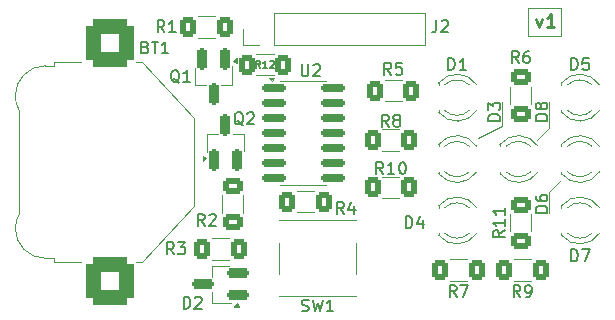
<source format=gto>
G04 #@! TF.GenerationSoftware,KiCad,Pcbnew,9.0.1*
G04 #@! TF.CreationDate,2025-09-23T20:38:02+02:00*
G04 #@! TF.ProjectId,kostka-smd,6b6f7374-6b61-42d7-936d-642e6b696361,1*
G04 #@! TF.SameCoordinates,Original*
G04 #@! TF.FileFunction,Legend,Top*
G04 #@! TF.FilePolarity,Positive*
%FSLAX46Y46*%
G04 Gerber Fmt 4.6, Leading zero omitted, Abs format (unit mm)*
G04 Created by KiCad (PCBNEW 9.0.1) date 2025-09-23 20:38:02*
%MOMM*%
%LPD*%
G01*
G04 APERTURE LIST*
G04 Aperture macros list*
%AMRoundRect*
0 Rectangle with rounded corners*
0 $1 Rounding radius*
0 $2 $3 $4 $5 $6 $7 $8 $9 X,Y pos of 4 corners*
0 Add a 4 corners polygon primitive as box body*
4,1,4,$2,$3,$4,$5,$6,$7,$8,$9,$2,$3,0*
0 Add four circle primitives for the rounded corners*
1,1,$1+$1,$2,$3*
1,1,$1+$1,$4,$5*
1,1,$1+$1,$6,$7*
1,1,$1+$1,$8,$9*
0 Add four rect primitives between the rounded corners*
20,1,$1+$1,$2,$3,$4,$5,0*
20,1,$1+$1,$4,$5,$6,$7,0*
20,1,$1+$1,$6,$7,$8,$9,0*
20,1,$1+$1,$8,$9,$2,$3,0*%
G04 Aperture macros list end*
%ADD10C,0.100000*%
%ADD11C,0.240000*%
%ADD12C,0.150000*%
%ADD13C,0.120000*%
%ADD14RoundRect,0.250000X0.625000X-0.400000X0.625000X0.400000X-0.625000X0.400000X-0.625000X-0.400000X0*%
%ADD15RoundRect,0.150000X-0.825000X-0.150000X0.825000X-0.150000X0.825000X0.150000X-0.825000X0.150000X0*%
%ADD16RoundRect,0.250000X0.400000X0.625000X-0.400000X0.625000X-0.400000X-0.625000X0.400000X-0.625000X0*%
%ADD17RoundRect,0.200000X0.200000X-0.750000X0.200000X0.750000X-0.200000X0.750000X-0.200000X-0.750000X0*%
%ADD18RoundRect,0.250000X-0.400000X-0.625000X0.400000X-0.625000X0.400000X0.625000X-0.400000X0.625000X0*%
%ADD19R,1.800000X1.800000*%
%ADD20C,1.800000*%
%ADD21R,1.550000X1.300000*%
%ADD22RoundRect,0.200000X-0.200000X0.750000X-0.200000X-0.750000X0.200000X-0.750000X0.200000X0.750000X0*%
%ADD23R,1.700000X1.700000*%
%ADD24C,1.700000*%
%ADD25RoundRect,0.600000X1.400000X-1.400000X1.400000X1.400000X-1.400000X1.400000X-1.400000X-1.400000X0*%
%ADD26C,13.000000*%
%ADD27RoundRect,0.200000X0.750000X0.200000X-0.750000X0.200000X-0.750000X-0.200000X0.750000X-0.200000X0*%
G04 APERTURE END LIST*
D10*
X182000000Y-87600000D02*
X182000000Y-89800000D01*
X182000000Y-95200000D02*
X183000000Y-94200000D01*
X182000000Y-89800000D02*
X181000000Y-90800000D01*
X182000000Y-97000000D02*
X182000000Y-95200000D01*
X178000000Y-87600000D02*
X178000000Y-89600000D01*
X178000000Y-89600000D02*
X175995006Y-90605961D01*
X180200000Y-79600000D02*
X183000000Y-79600000D01*
X183000000Y-82000000D01*
X180200000Y-82000000D01*
X180200000Y-79600000D01*
D11*
X180915036Y-80519567D02*
X181176941Y-81252900D01*
X181176941Y-81252900D02*
X181438846Y-80519567D01*
X182434084Y-81252900D02*
X181805512Y-81252900D01*
X182119798Y-81252900D02*
X182119798Y-80152900D01*
X182119798Y-80152900D02*
X182015036Y-80310043D01*
X182015036Y-80310043D02*
X181910274Y-80414805D01*
X181910274Y-80414805D02*
X181805512Y-80467186D01*
D12*
X179433333Y-84254819D02*
X179100000Y-83778628D01*
X178861905Y-84254819D02*
X178861905Y-83254819D01*
X178861905Y-83254819D02*
X179242857Y-83254819D01*
X179242857Y-83254819D02*
X179338095Y-83302438D01*
X179338095Y-83302438D02*
X179385714Y-83350057D01*
X179385714Y-83350057D02*
X179433333Y-83445295D01*
X179433333Y-83445295D02*
X179433333Y-83588152D01*
X179433333Y-83588152D02*
X179385714Y-83683390D01*
X179385714Y-83683390D02*
X179338095Y-83731009D01*
X179338095Y-83731009D02*
X179242857Y-83778628D01*
X179242857Y-83778628D02*
X178861905Y-83778628D01*
X180290476Y-83254819D02*
X180100000Y-83254819D01*
X180100000Y-83254819D02*
X180004762Y-83302438D01*
X180004762Y-83302438D02*
X179957143Y-83350057D01*
X179957143Y-83350057D02*
X179861905Y-83492914D01*
X179861905Y-83492914D02*
X179814286Y-83683390D01*
X179814286Y-83683390D02*
X179814286Y-84064342D01*
X179814286Y-84064342D02*
X179861905Y-84159580D01*
X179861905Y-84159580D02*
X179909524Y-84207200D01*
X179909524Y-84207200D02*
X180004762Y-84254819D01*
X180004762Y-84254819D02*
X180195238Y-84254819D01*
X180195238Y-84254819D02*
X180290476Y-84207200D01*
X180290476Y-84207200D02*
X180338095Y-84159580D01*
X180338095Y-84159580D02*
X180385714Y-84064342D01*
X180385714Y-84064342D02*
X180385714Y-83826247D01*
X180385714Y-83826247D02*
X180338095Y-83731009D01*
X180338095Y-83731009D02*
X180290476Y-83683390D01*
X180290476Y-83683390D02*
X180195238Y-83635771D01*
X180195238Y-83635771D02*
X180004762Y-83635771D01*
X180004762Y-83635771D02*
X179909524Y-83683390D01*
X179909524Y-83683390D02*
X179861905Y-83731009D01*
X179861905Y-83731009D02*
X179814286Y-83826247D01*
X161038095Y-84374819D02*
X161038095Y-85184342D01*
X161038095Y-85184342D02*
X161085714Y-85279580D01*
X161085714Y-85279580D02*
X161133333Y-85327200D01*
X161133333Y-85327200D02*
X161228571Y-85374819D01*
X161228571Y-85374819D02*
X161419047Y-85374819D01*
X161419047Y-85374819D02*
X161514285Y-85327200D01*
X161514285Y-85327200D02*
X161561904Y-85279580D01*
X161561904Y-85279580D02*
X161609523Y-85184342D01*
X161609523Y-85184342D02*
X161609523Y-84374819D01*
X162038095Y-84470057D02*
X162085714Y-84422438D01*
X162085714Y-84422438D02*
X162180952Y-84374819D01*
X162180952Y-84374819D02*
X162419047Y-84374819D01*
X162419047Y-84374819D02*
X162514285Y-84422438D01*
X162514285Y-84422438D02*
X162561904Y-84470057D01*
X162561904Y-84470057D02*
X162609523Y-84565295D01*
X162609523Y-84565295D02*
X162609523Y-84660533D01*
X162609523Y-84660533D02*
X162561904Y-84803390D01*
X162561904Y-84803390D02*
X161990476Y-85374819D01*
X161990476Y-85374819D02*
X162609523Y-85374819D01*
X178224819Y-98442857D02*
X177748628Y-98776190D01*
X178224819Y-99014285D02*
X177224819Y-99014285D01*
X177224819Y-99014285D02*
X177224819Y-98633333D01*
X177224819Y-98633333D02*
X177272438Y-98538095D01*
X177272438Y-98538095D02*
X177320057Y-98490476D01*
X177320057Y-98490476D02*
X177415295Y-98442857D01*
X177415295Y-98442857D02*
X177558152Y-98442857D01*
X177558152Y-98442857D02*
X177653390Y-98490476D01*
X177653390Y-98490476D02*
X177701009Y-98538095D01*
X177701009Y-98538095D02*
X177748628Y-98633333D01*
X177748628Y-98633333D02*
X177748628Y-99014285D01*
X178224819Y-97490476D02*
X178224819Y-98061904D01*
X178224819Y-97776190D02*
X177224819Y-97776190D01*
X177224819Y-97776190D02*
X177367676Y-97871428D01*
X177367676Y-97871428D02*
X177462914Y-97966666D01*
X177462914Y-97966666D02*
X177510533Y-98061904D01*
X178224819Y-96538095D02*
X178224819Y-97109523D01*
X178224819Y-96823809D02*
X177224819Y-96823809D01*
X177224819Y-96823809D02*
X177367676Y-96919047D01*
X177367676Y-96919047D02*
X177462914Y-97014285D01*
X177462914Y-97014285D02*
X177510533Y-97109523D01*
X168433333Y-89654819D02*
X168100000Y-89178628D01*
X167861905Y-89654819D02*
X167861905Y-88654819D01*
X167861905Y-88654819D02*
X168242857Y-88654819D01*
X168242857Y-88654819D02*
X168338095Y-88702438D01*
X168338095Y-88702438D02*
X168385714Y-88750057D01*
X168385714Y-88750057D02*
X168433333Y-88845295D01*
X168433333Y-88845295D02*
X168433333Y-88988152D01*
X168433333Y-88988152D02*
X168385714Y-89083390D01*
X168385714Y-89083390D02*
X168338095Y-89131009D01*
X168338095Y-89131009D02*
X168242857Y-89178628D01*
X168242857Y-89178628D02*
X167861905Y-89178628D01*
X169004762Y-89083390D02*
X168909524Y-89035771D01*
X168909524Y-89035771D02*
X168861905Y-88988152D01*
X168861905Y-88988152D02*
X168814286Y-88892914D01*
X168814286Y-88892914D02*
X168814286Y-88845295D01*
X168814286Y-88845295D02*
X168861905Y-88750057D01*
X168861905Y-88750057D02*
X168909524Y-88702438D01*
X168909524Y-88702438D02*
X169004762Y-88654819D01*
X169004762Y-88654819D02*
X169195238Y-88654819D01*
X169195238Y-88654819D02*
X169290476Y-88702438D01*
X169290476Y-88702438D02*
X169338095Y-88750057D01*
X169338095Y-88750057D02*
X169385714Y-88845295D01*
X169385714Y-88845295D02*
X169385714Y-88892914D01*
X169385714Y-88892914D02*
X169338095Y-88988152D01*
X169338095Y-88988152D02*
X169290476Y-89035771D01*
X169290476Y-89035771D02*
X169195238Y-89083390D01*
X169195238Y-89083390D02*
X169004762Y-89083390D01*
X169004762Y-89083390D02*
X168909524Y-89131009D01*
X168909524Y-89131009D02*
X168861905Y-89178628D01*
X168861905Y-89178628D02*
X168814286Y-89273866D01*
X168814286Y-89273866D02*
X168814286Y-89464342D01*
X168814286Y-89464342D02*
X168861905Y-89559580D01*
X168861905Y-89559580D02*
X168909524Y-89607200D01*
X168909524Y-89607200D02*
X169004762Y-89654819D01*
X169004762Y-89654819D02*
X169195238Y-89654819D01*
X169195238Y-89654819D02*
X169290476Y-89607200D01*
X169290476Y-89607200D02*
X169338095Y-89559580D01*
X169338095Y-89559580D02*
X169385714Y-89464342D01*
X169385714Y-89464342D02*
X169385714Y-89273866D01*
X169385714Y-89273866D02*
X169338095Y-89178628D01*
X169338095Y-89178628D02*
X169290476Y-89131009D01*
X169290476Y-89131009D02*
X169195238Y-89083390D01*
X156104761Y-89550057D02*
X156009523Y-89502438D01*
X156009523Y-89502438D02*
X155914285Y-89407200D01*
X155914285Y-89407200D02*
X155771428Y-89264342D01*
X155771428Y-89264342D02*
X155676190Y-89216723D01*
X155676190Y-89216723D02*
X155580952Y-89216723D01*
X155628571Y-89454819D02*
X155533333Y-89407200D01*
X155533333Y-89407200D02*
X155438095Y-89311961D01*
X155438095Y-89311961D02*
X155390476Y-89121485D01*
X155390476Y-89121485D02*
X155390476Y-88788152D01*
X155390476Y-88788152D02*
X155438095Y-88597676D01*
X155438095Y-88597676D02*
X155533333Y-88502438D01*
X155533333Y-88502438D02*
X155628571Y-88454819D01*
X155628571Y-88454819D02*
X155819047Y-88454819D01*
X155819047Y-88454819D02*
X155914285Y-88502438D01*
X155914285Y-88502438D02*
X156009523Y-88597676D01*
X156009523Y-88597676D02*
X156057142Y-88788152D01*
X156057142Y-88788152D02*
X156057142Y-89121485D01*
X156057142Y-89121485D02*
X156009523Y-89311961D01*
X156009523Y-89311961D02*
X155914285Y-89407200D01*
X155914285Y-89407200D02*
X155819047Y-89454819D01*
X155819047Y-89454819D02*
X155628571Y-89454819D01*
X156438095Y-88550057D02*
X156485714Y-88502438D01*
X156485714Y-88502438D02*
X156580952Y-88454819D01*
X156580952Y-88454819D02*
X156819047Y-88454819D01*
X156819047Y-88454819D02*
X156914285Y-88502438D01*
X156914285Y-88502438D02*
X156961904Y-88550057D01*
X156961904Y-88550057D02*
X157009523Y-88645295D01*
X157009523Y-88645295D02*
X157009523Y-88740533D01*
X157009523Y-88740533D02*
X156961904Y-88883390D01*
X156961904Y-88883390D02*
X156390476Y-89454819D01*
X156390476Y-89454819D02*
X157009523Y-89454819D01*
X157564285Y-84669771D02*
X157364285Y-84384057D01*
X157221428Y-84669771D02*
X157221428Y-84069771D01*
X157221428Y-84069771D02*
X157449999Y-84069771D01*
X157449999Y-84069771D02*
X157507142Y-84098342D01*
X157507142Y-84098342D02*
X157535713Y-84126914D01*
X157535713Y-84126914D02*
X157564285Y-84184057D01*
X157564285Y-84184057D02*
X157564285Y-84269771D01*
X157564285Y-84269771D02*
X157535713Y-84326914D01*
X157535713Y-84326914D02*
X157507142Y-84355485D01*
X157507142Y-84355485D02*
X157449999Y-84384057D01*
X157449999Y-84384057D02*
X157221428Y-84384057D01*
X158135713Y-84669771D02*
X157792856Y-84669771D01*
X157964285Y-84669771D02*
X157964285Y-84069771D01*
X157964285Y-84069771D02*
X157907142Y-84155485D01*
X157907142Y-84155485D02*
X157849999Y-84212628D01*
X157849999Y-84212628D02*
X157792856Y-84241200D01*
X158364285Y-84126914D02*
X158392857Y-84098342D01*
X158392857Y-84098342D02*
X158450000Y-84069771D01*
X158450000Y-84069771D02*
X158592857Y-84069771D01*
X158592857Y-84069771D02*
X158650000Y-84098342D01*
X158650000Y-84098342D02*
X158678571Y-84126914D01*
X158678571Y-84126914D02*
X158707142Y-84184057D01*
X158707142Y-84184057D02*
X158707142Y-84241200D01*
X158707142Y-84241200D02*
X158678571Y-84326914D01*
X158678571Y-84326914D02*
X158335714Y-84669771D01*
X158335714Y-84669771D02*
X158707142Y-84669771D01*
X149433333Y-81654819D02*
X149100000Y-81178628D01*
X148861905Y-81654819D02*
X148861905Y-80654819D01*
X148861905Y-80654819D02*
X149242857Y-80654819D01*
X149242857Y-80654819D02*
X149338095Y-80702438D01*
X149338095Y-80702438D02*
X149385714Y-80750057D01*
X149385714Y-80750057D02*
X149433333Y-80845295D01*
X149433333Y-80845295D02*
X149433333Y-80988152D01*
X149433333Y-80988152D02*
X149385714Y-81083390D01*
X149385714Y-81083390D02*
X149338095Y-81131009D01*
X149338095Y-81131009D02*
X149242857Y-81178628D01*
X149242857Y-81178628D02*
X148861905Y-81178628D01*
X150385714Y-81654819D02*
X149814286Y-81654819D01*
X150100000Y-81654819D02*
X150100000Y-80654819D01*
X150100000Y-80654819D02*
X150004762Y-80797676D01*
X150004762Y-80797676D02*
X149909524Y-80892914D01*
X149909524Y-80892914D02*
X149814286Y-80940533D01*
X164633333Y-97054819D02*
X164300000Y-96578628D01*
X164061905Y-97054819D02*
X164061905Y-96054819D01*
X164061905Y-96054819D02*
X164442857Y-96054819D01*
X164442857Y-96054819D02*
X164538095Y-96102438D01*
X164538095Y-96102438D02*
X164585714Y-96150057D01*
X164585714Y-96150057D02*
X164633333Y-96245295D01*
X164633333Y-96245295D02*
X164633333Y-96388152D01*
X164633333Y-96388152D02*
X164585714Y-96483390D01*
X164585714Y-96483390D02*
X164538095Y-96531009D01*
X164538095Y-96531009D02*
X164442857Y-96578628D01*
X164442857Y-96578628D02*
X164061905Y-96578628D01*
X165490476Y-96388152D02*
X165490476Y-97054819D01*
X165252381Y-96007200D02*
X165014286Y-96721485D01*
X165014286Y-96721485D02*
X165633333Y-96721485D01*
X173461905Y-84854819D02*
X173461905Y-83854819D01*
X173461905Y-83854819D02*
X173700000Y-83854819D01*
X173700000Y-83854819D02*
X173842857Y-83902438D01*
X173842857Y-83902438D02*
X173938095Y-83997676D01*
X173938095Y-83997676D02*
X173985714Y-84092914D01*
X173985714Y-84092914D02*
X174033333Y-84283390D01*
X174033333Y-84283390D02*
X174033333Y-84426247D01*
X174033333Y-84426247D02*
X173985714Y-84616723D01*
X173985714Y-84616723D02*
X173938095Y-84711961D01*
X173938095Y-84711961D02*
X173842857Y-84807200D01*
X173842857Y-84807200D02*
X173700000Y-84854819D01*
X173700000Y-84854819D02*
X173461905Y-84854819D01*
X174985714Y-84854819D02*
X174414286Y-84854819D01*
X174700000Y-84854819D02*
X174700000Y-83854819D01*
X174700000Y-83854819D02*
X174604762Y-83997676D01*
X174604762Y-83997676D02*
X174509524Y-84092914D01*
X174509524Y-84092914D02*
X174414286Y-84140533D01*
X150233333Y-100454819D02*
X149900000Y-99978628D01*
X149661905Y-100454819D02*
X149661905Y-99454819D01*
X149661905Y-99454819D02*
X150042857Y-99454819D01*
X150042857Y-99454819D02*
X150138095Y-99502438D01*
X150138095Y-99502438D02*
X150185714Y-99550057D01*
X150185714Y-99550057D02*
X150233333Y-99645295D01*
X150233333Y-99645295D02*
X150233333Y-99788152D01*
X150233333Y-99788152D02*
X150185714Y-99883390D01*
X150185714Y-99883390D02*
X150138095Y-99931009D01*
X150138095Y-99931009D02*
X150042857Y-99978628D01*
X150042857Y-99978628D02*
X149661905Y-99978628D01*
X150566667Y-99454819D02*
X151185714Y-99454819D01*
X151185714Y-99454819D02*
X150852381Y-99835771D01*
X150852381Y-99835771D02*
X150995238Y-99835771D01*
X150995238Y-99835771D02*
X151090476Y-99883390D01*
X151090476Y-99883390D02*
X151138095Y-99931009D01*
X151138095Y-99931009D02*
X151185714Y-100026247D01*
X151185714Y-100026247D02*
X151185714Y-100264342D01*
X151185714Y-100264342D02*
X151138095Y-100359580D01*
X151138095Y-100359580D02*
X151090476Y-100407200D01*
X151090476Y-100407200D02*
X150995238Y-100454819D01*
X150995238Y-100454819D02*
X150709524Y-100454819D01*
X150709524Y-100454819D02*
X150614286Y-100407200D01*
X150614286Y-100407200D02*
X150566667Y-100359580D01*
X181854819Y-96938094D02*
X180854819Y-96938094D01*
X180854819Y-96938094D02*
X180854819Y-96699999D01*
X180854819Y-96699999D02*
X180902438Y-96557142D01*
X180902438Y-96557142D02*
X180997676Y-96461904D01*
X180997676Y-96461904D02*
X181092914Y-96414285D01*
X181092914Y-96414285D02*
X181283390Y-96366666D01*
X181283390Y-96366666D02*
X181426247Y-96366666D01*
X181426247Y-96366666D02*
X181616723Y-96414285D01*
X181616723Y-96414285D02*
X181711961Y-96461904D01*
X181711961Y-96461904D02*
X181807200Y-96557142D01*
X181807200Y-96557142D02*
X181854819Y-96699999D01*
X181854819Y-96699999D02*
X181854819Y-96938094D01*
X180854819Y-95509523D02*
X180854819Y-95699999D01*
X180854819Y-95699999D02*
X180902438Y-95795237D01*
X180902438Y-95795237D02*
X180950057Y-95842856D01*
X180950057Y-95842856D02*
X181092914Y-95938094D01*
X181092914Y-95938094D02*
X181283390Y-95985713D01*
X181283390Y-95985713D02*
X181664342Y-95985713D01*
X181664342Y-95985713D02*
X181759580Y-95938094D01*
X181759580Y-95938094D02*
X181807200Y-95890475D01*
X181807200Y-95890475D02*
X181854819Y-95795237D01*
X181854819Y-95795237D02*
X181854819Y-95604761D01*
X181854819Y-95604761D02*
X181807200Y-95509523D01*
X181807200Y-95509523D02*
X181759580Y-95461904D01*
X181759580Y-95461904D02*
X181664342Y-95414285D01*
X181664342Y-95414285D02*
X181426247Y-95414285D01*
X181426247Y-95414285D02*
X181331009Y-95461904D01*
X181331009Y-95461904D02*
X181283390Y-95509523D01*
X181283390Y-95509523D02*
X181235771Y-95604761D01*
X181235771Y-95604761D02*
X181235771Y-95795237D01*
X181235771Y-95795237D02*
X181283390Y-95890475D01*
X181283390Y-95890475D02*
X181331009Y-95938094D01*
X181331009Y-95938094D02*
X181426247Y-95985713D01*
X174163333Y-104084819D02*
X173830000Y-103608628D01*
X173591905Y-104084819D02*
X173591905Y-103084819D01*
X173591905Y-103084819D02*
X173972857Y-103084819D01*
X173972857Y-103084819D02*
X174068095Y-103132438D01*
X174068095Y-103132438D02*
X174115714Y-103180057D01*
X174115714Y-103180057D02*
X174163333Y-103275295D01*
X174163333Y-103275295D02*
X174163333Y-103418152D01*
X174163333Y-103418152D02*
X174115714Y-103513390D01*
X174115714Y-103513390D02*
X174068095Y-103561009D01*
X174068095Y-103561009D02*
X173972857Y-103608628D01*
X173972857Y-103608628D02*
X173591905Y-103608628D01*
X174496667Y-103084819D02*
X175163333Y-103084819D01*
X175163333Y-103084819D02*
X174734762Y-104084819D01*
X161066667Y-105257200D02*
X161209524Y-105304819D01*
X161209524Y-105304819D02*
X161447619Y-105304819D01*
X161447619Y-105304819D02*
X161542857Y-105257200D01*
X161542857Y-105257200D02*
X161590476Y-105209580D01*
X161590476Y-105209580D02*
X161638095Y-105114342D01*
X161638095Y-105114342D02*
X161638095Y-105019104D01*
X161638095Y-105019104D02*
X161590476Y-104923866D01*
X161590476Y-104923866D02*
X161542857Y-104876247D01*
X161542857Y-104876247D02*
X161447619Y-104828628D01*
X161447619Y-104828628D02*
X161257143Y-104781009D01*
X161257143Y-104781009D02*
X161161905Y-104733390D01*
X161161905Y-104733390D02*
X161114286Y-104685771D01*
X161114286Y-104685771D02*
X161066667Y-104590533D01*
X161066667Y-104590533D02*
X161066667Y-104495295D01*
X161066667Y-104495295D02*
X161114286Y-104400057D01*
X161114286Y-104400057D02*
X161161905Y-104352438D01*
X161161905Y-104352438D02*
X161257143Y-104304819D01*
X161257143Y-104304819D02*
X161495238Y-104304819D01*
X161495238Y-104304819D02*
X161638095Y-104352438D01*
X161971429Y-104304819D02*
X162209524Y-105304819D01*
X162209524Y-105304819D02*
X162400000Y-104590533D01*
X162400000Y-104590533D02*
X162590476Y-105304819D01*
X162590476Y-105304819D02*
X162828572Y-104304819D01*
X163733333Y-105304819D02*
X163161905Y-105304819D01*
X163447619Y-105304819D02*
X163447619Y-104304819D01*
X163447619Y-104304819D02*
X163352381Y-104447676D01*
X163352381Y-104447676D02*
X163257143Y-104542914D01*
X163257143Y-104542914D02*
X163161905Y-104590533D01*
X169861905Y-98254819D02*
X169861905Y-97254819D01*
X169861905Y-97254819D02*
X170100000Y-97254819D01*
X170100000Y-97254819D02*
X170242857Y-97302438D01*
X170242857Y-97302438D02*
X170338095Y-97397676D01*
X170338095Y-97397676D02*
X170385714Y-97492914D01*
X170385714Y-97492914D02*
X170433333Y-97683390D01*
X170433333Y-97683390D02*
X170433333Y-97826247D01*
X170433333Y-97826247D02*
X170385714Y-98016723D01*
X170385714Y-98016723D02*
X170338095Y-98111961D01*
X170338095Y-98111961D02*
X170242857Y-98207200D01*
X170242857Y-98207200D02*
X170100000Y-98254819D01*
X170100000Y-98254819D02*
X169861905Y-98254819D01*
X171290476Y-97588152D02*
X171290476Y-98254819D01*
X171052381Y-97207200D02*
X170814286Y-97921485D01*
X170814286Y-97921485D02*
X171433333Y-97921485D01*
X183861905Y-84854819D02*
X183861905Y-83854819D01*
X183861905Y-83854819D02*
X184100000Y-83854819D01*
X184100000Y-83854819D02*
X184242857Y-83902438D01*
X184242857Y-83902438D02*
X184338095Y-83997676D01*
X184338095Y-83997676D02*
X184385714Y-84092914D01*
X184385714Y-84092914D02*
X184433333Y-84283390D01*
X184433333Y-84283390D02*
X184433333Y-84426247D01*
X184433333Y-84426247D02*
X184385714Y-84616723D01*
X184385714Y-84616723D02*
X184338095Y-84711961D01*
X184338095Y-84711961D02*
X184242857Y-84807200D01*
X184242857Y-84807200D02*
X184100000Y-84854819D01*
X184100000Y-84854819D02*
X183861905Y-84854819D01*
X185338095Y-83854819D02*
X184861905Y-83854819D01*
X184861905Y-83854819D02*
X184814286Y-84331009D01*
X184814286Y-84331009D02*
X184861905Y-84283390D01*
X184861905Y-84283390D02*
X184957143Y-84235771D01*
X184957143Y-84235771D02*
X185195238Y-84235771D01*
X185195238Y-84235771D02*
X185290476Y-84283390D01*
X185290476Y-84283390D02*
X185338095Y-84331009D01*
X185338095Y-84331009D02*
X185385714Y-84426247D01*
X185385714Y-84426247D02*
X185385714Y-84664342D01*
X185385714Y-84664342D02*
X185338095Y-84759580D01*
X185338095Y-84759580D02*
X185290476Y-84807200D01*
X185290476Y-84807200D02*
X185195238Y-84854819D01*
X185195238Y-84854819D02*
X184957143Y-84854819D01*
X184957143Y-84854819D02*
X184861905Y-84807200D01*
X184861905Y-84807200D02*
X184814286Y-84759580D01*
X150704761Y-85950057D02*
X150609523Y-85902438D01*
X150609523Y-85902438D02*
X150514285Y-85807200D01*
X150514285Y-85807200D02*
X150371428Y-85664342D01*
X150371428Y-85664342D02*
X150276190Y-85616723D01*
X150276190Y-85616723D02*
X150180952Y-85616723D01*
X150228571Y-85854819D02*
X150133333Y-85807200D01*
X150133333Y-85807200D02*
X150038095Y-85711961D01*
X150038095Y-85711961D02*
X149990476Y-85521485D01*
X149990476Y-85521485D02*
X149990476Y-85188152D01*
X149990476Y-85188152D02*
X150038095Y-84997676D01*
X150038095Y-84997676D02*
X150133333Y-84902438D01*
X150133333Y-84902438D02*
X150228571Y-84854819D01*
X150228571Y-84854819D02*
X150419047Y-84854819D01*
X150419047Y-84854819D02*
X150514285Y-84902438D01*
X150514285Y-84902438D02*
X150609523Y-84997676D01*
X150609523Y-84997676D02*
X150657142Y-85188152D01*
X150657142Y-85188152D02*
X150657142Y-85521485D01*
X150657142Y-85521485D02*
X150609523Y-85711961D01*
X150609523Y-85711961D02*
X150514285Y-85807200D01*
X150514285Y-85807200D02*
X150419047Y-85854819D01*
X150419047Y-85854819D02*
X150228571Y-85854819D01*
X151609523Y-85854819D02*
X151038095Y-85854819D01*
X151323809Y-85854819D02*
X151323809Y-84854819D01*
X151323809Y-84854819D02*
X151228571Y-84997676D01*
X151228571Y-84997676D02*
X151133333Y-85092914D01*
X151133333Y-85092914D02*
X151038095Y-85140533D01*
X172466666Y-80654819D02*
X172466666Y-81369104D01*
X172466666Y-81369104D02*
X172419047Y-81511961D01*
X172419047Y-81511961D02*
X172323809Y-81607200D01*
X172323809Y-81607200D02*
X172180952Y-81654819D01*
X172180952Y-81654819D02*
X172085714Y-81654819D01*
X172895238Y-80750057D02*
X172942857Y-80702438D01*
X172942857Y-80702438D02*
X173038095Y-80654819D01*
X173038095Y-80654819D02*
X173276190Y-80654819D01*
X173276190Y-80654819D02*
X173371428Y-80702438D01*
X173371428Y-80702438D02*
X173419047Y-80750057D01*
X173419047Y-80750057D02*
X173466666Y-80845295D01*
X173466666Y-80845295D02*
X173466666Y-80940533D01*
X173466666Y-80940533D02*
X173419047Y-81083390D01*
X173419047Y-81083390D02*
X172847619Y-81654819D01*
X172847619Y-81654819D02*
X173466666Y-81654819D01*
X177854819Y-89138094D02*
X176854819Y-89138094D01*
X176854819Y-89138094D02*
X176854819Y-88899999D01*
X176854819Y-88899999D02*
X176902438Y-88757142D01*
X176902438Y-88757142D02*
X176997676Y-88661904D01*
X176997676Y-88661904D02*
X177092914Y-88614285D01*
X177092914Y-88614285D02*
X177283390Y-88566666D01*
X177283390Y-88566666D02*
X177426247Y-88566666D01*
X177426247Y-88566666D02*
X177616723Y-88614285D01*
X177616723Y-88614285D02*
X177711961Y-88661904D01*
X177711961Y-88661904D02*
X177807200Y-88757142D01*
X177807200Y-88757142D02*
X177854819Y-88899999D01*
X177854819Y-88899999D02*
X177854819Y-89138094D01*
X176854819Y-88233332D02*
X176854819Y-87614285D01*
X176854819Y-87614285D02*
X177235771Y-87947618D01*
X177235771Y-87947618D02*
X177235771Y-87804761D01*
X177235771Y-87804761D02*
X177283390Y-87709523D01*
X177283390Y-87709523D02*
X177331009Y-87661904D01*
X177331009Y-87661904D02*
X177426247Y-87614285D01*
X177426247Y-87614285D02*
X177664342Y-87614285D01*
X177664342Y-87614285D02*
X177759580Y-87661904D01*
X177759580Y-87661904D02*
X177807200Y-87709523D01*
X177807200Y-87709523D02*
X177854819Y-87804761D01*
X177854819Y-87804761D02*
X177854819Y-88090475D01*
X177854819Y-88090475D02*
X177807200Y-88185713D01*
X177807200Y-88185713D02*
X177759580Y-88233332D01*
X152833333Y-98054819D02*
X152500000Y-97578628D01*
X152261905Y-98054819D02*
X152261905Y-97054819D01*
X152261905Y-97054819D02*
X152642857Y-97054819D01*
X152642857Y-97054819D02*
X152738095Y-97102438D01*
X152738095Y-97102438D02*
X152785714Y-97150057D01*
X152785714Y-97150057D02*
X152833333Y-97245295D01*
X152833333Y-97245295D02*
X152833333Y-97388152D01*
X152833333Y-97388152D02*
X152785714Y-97483390D01*
X152785714Y-97483390D02*
X152738095Y-97531009D01*
X152738095Y-97531009D02*
X152642857Y-97578628D01*
X152642857Y-97578628D02*
X152261905Y-97578628D01*
X153214286Y-97150057D02*
X153261905Y-97102438D01*
X153261905Y-97102438D02*
X153357143Y-97054819D01*
X153357143Y-97054819D02*
X153595238Y-97054819D01*
X153595238Y-97054819D02*
X153690476Y-97102438D01*
X153690476Y-97102438D02*
X153738095Y-97150057D01*
X153738095Y-97150057D02*
X153785714Y-97245295D01*
X153785714Y-97245295D02*
X153785714Y-97340533D01*
X153785714Y-97340533D02*
X153738095Y-97483390D01*
X153738095Y-97483390D02*
X153166667Y-98054819D01*
X153166667Y-98054819D02*
X153785714Y-98054819D01*
X168633333Y-85254819D02*
X168300000Y-84778628D01*
X168061905Y-85254819D02*
X168061905Y-84254819D01*
X168061905Y-84254819D02*
X168442857Y-84254819D01*
X168442857Y-84254819D02*
X168538095Y-84302438D01*
X168538095Y-84302438D02*
X168585714Y-84350057D01*
X168585714Y-84350057D02*
X168633333Y-84445295D01*
X168633333Y-84445295D02*
X168633333Y-84588152D01*
X168633333Y-84588152D02*
X168585714Y-84683390D01*
X168585714Y-84683390D02*
X168538095Y-84731009D01*
X168538095Y-84731009D02*
X168442857Y-84778628D01*
X168442857Y-84778628D02*
X168061905Y-84778628D01*
X169538095Y-84254819D02*
X169061905Y-84254819D01*
X169061905Y-84254819D02*
X169014286Y-84731009D01*
X169014286Y-84731009D02*
X169061905Y-84683390D01*
X169061905Y-84683390D02*
X169157143Y-84635771D01*
X169157143Y-84635771D02*
X169395238Y-84635771D01*
X169395238Y-84635771D02*
X169490476Y-84683390D01*
X169490476Y-84683390D02*
X169538095Y-84731009D01*
X169538095Y-84731009D02*
X169585714Y-84826247D01*
X169585714Y-84826247D02*
X169585714Y-85064342D01*
X169585714Y-85064342D02*
X169538095Y-85159580D01*
X169538095Y-85159580D02*
X169490476Y-85207200D01*
X169490476Y-85207200D02*
X169395238Y-85254819D01*
X169395238Y-85254819D02*
X169157143Y-85254819D01*
X169157143Y-85254819D02*
X169061905Y-85207200D01*
X169061905Y-85207200D02*
X169014286Y-85159580D01*
X183861905Y-101054819D02*
X183861905Y-100054819D01*
X183861905Y-100054819D02*
X184100000Y-100054819D01*
X184100000Y-100054819D02*
X184242857Y-100102438D01*
X184242857Y-100102438D02*
X184338095Y-100197676D01*
X184338095Y-100197676D02*
X184385714Y-100292914D01*
X184385714Y-100292914D02*
X184433333Y-100483390D01*
X184433333Y-100483390D02*
X184433333Y-100626247D01*
X184433333Y-100626247D02*
X184385714Y-100816723D01*
X184385714Y-100816723D02*
X184338095Y-100911961D01*
X184338095Y-100911961D02*
X184242857Y-101007200D01*
X184242857Y-101007200D02*
X184100000Y-101054819D01*
X184100000Y-101054819D02*
X183861905Y-101054819D01*
X184766667Y-100054819D02*
X185433333Y-100054819D01*
X185433333Y-100054819D02*
X185004762Y-101054819D01*
X147814285Y-82931009D02*
X147957142Y-82978628D01*
X147957142Y-82978628D02*
X148004761Y-83026247D01*
X148004761Y-83026247D02*
X148052380Y-83121485D01*
X148052380Y-83121485D02*
X148052380Y-83264342D01*
X148052380Y-83264342D02*
X148004761Y-83359580D01*
X148004761Y-83359580D02*
X147957142Y-83407200D01*
X147957142Y-83407200D02*
X147861904Y-83454819D01*
X147861904Y-83454819D02*
X147480952Y-83454819D01*
X147480952Y-83454819D02*
X147480952Y-82454819D01*
X147480952Y-82454819D02*
X147814285Y-82454819D01*
X147814285Y-82454819D02*
X147909523Y-82502438D01*
X147909523Y-82502438D02*
X147957142Y-82550057D01*
X147957142Y-82550057D02*
X148004761Y-82645295D01*
X148004761Y-82645295D02*
X148004761Y-82740533D01*
X148004761Y-82740533D02*
X147957142Y-82835771D01*
X147957142Y-82835771D02*
X147909523Y-82883390D01*
X147909523Y-82883390D02*
X147814285Y-82931009D01*
X147814285Y-82931009D02*
X147480952Y-82931009D01*
X148338095Y-82454819D02*
X148909523Y-82454819D01*
X148623809Y-83454819D02*
X148623809Y-82454819D01*
X149766666Y-83454819D02*
X149195238Y-83454819D01*
X149480952Y-83454819D02*
X149480952Y-82454819D01*
X149480952Y-82454819D02*
X149385714Y-82597676D01*
X149385714Y-82597676D02*
X149290476Y-82692914D01*
X149290476Y-82692914D02*
X149195238Y-82740533D01*
X179563333Y-104084819D02*
X179230000Y-103608628D01*
X178991905Y-104084819D02*
X178991905Y-103084819D01*
X178991905Y-103084819D02*
X179372857Y-103084819D01*
X179372857Y-103084819D02*
X179468095Y-103132438D01*
X179468095Y-103132438D02*
X179515714Y-103180057D01*
X179515714Y-103180057D02*
X179563333Y-103275295D01*
X179563333Y-103275295D02*
X179563333Y-103418152D01*
X179563333Y-103418152D02*
X179515714Y-103513390D01*
X179515714Y-103513390D02*
X179468095Y-103561009D01*
X179468095Y-103561009D02*
X179372857Y-103608628D01*
X179372857Y-103608628D02*
X178991905Y-103608628D01*
X180039524Y-104084819D02*
X180230000Y-104084819D01*
X180230000Y-104084819D02*
X180325238Y-104037200D01*
X180325238Y-104037200D02*
X180372857Y-103989580D01*
X180372857Y-103989580D02*
X180468095Y-103846723D01*
X180468095Y-103846723D02*
X180515714Y-103656247D01*
X180515714Y-103656247D02*
X180515714Y-103275295D01*
X180515714Y-103275295D02*
X180468095Y-103180057D01*
X180468095Y-103180057D02*
X180420476Y-103132438D01*
X180420476Y-103132438D02*
X180325238Y-103084819D01*
X180325238Y-103084819D02*
X180134762Y-103084819D01*
X180134762Y-103084819D02*
X180039524Y-103132438D01*
X180039524Y-103132438D02*
X179991905Y-103180057D01*
X179991905Y-103180057D02*
X179944286Y-103275295D01*
X179944286Y-103275295D02*
X179944286Y-103513390D01*
X179944286Y-103513390D02*
X179991905Y-103608628D01*
X179991905Y-103608628D02*
X180039524Y-103656247D01*
X180039524Y-103656247D02*
X180134762Y-103703866D01*
X180134762Y-103703866D02*
X180325238Y-103703866D01*
X180325238Y-103703866D02*
X180420476Y-103656247D01*
X180420476Y-103656247D02*
X180468095Y-103608628D01*
X180468095Y-103608628D02*
X180515714Y-103513390D01*
X181854819Y-89138094D02*
X180854819Y-89138094D01*
X180854819Y-89138094D02*
X180854819Y-88899999D01*
X180854819Y-88899999D02*
X180902438Y-88757142D01*
X180902438Y-88757142D02*
X180997676Y-88661904D01*
X180997676Y-88661904D02*
X181092914Y-88614285D01*
X181092914Y-88614285D02*
X181283390Y-88566666D01*
X181283390Y-88566666D02*
X181426247Y-88566666D01*
X181426247Y-88566666D02*
X181616723Y-88614285D01*
X181616723Y-88614285D02*
X181711961Y-88661904D01*
X181711961Y-88661904D02*
X181807200Y-88757142D01*
X181807200Y-88757142D02*
X181854819Y-88899999D01*
X181854819Y-88899999D02*
X181854819Y-89138094D01*
X181283390Y-87995237D02*
X181235771Y-88090475D01*
X181235771Y-88090475D02*
X181188152Y-88138094D01*
X181188152Y-88138094D02*
X181092914Y-88185713D01*
X181092914Y-88185713D02*
X181045295Y-88185713D01*
X181045295Y-88185713D02*
X180950057Y-88138094D01*
X180950057Y-88138094D02*
X180902438Y-88090475D01*
X180902438Y-88090475D02*
X180854819Y-87995237D01*
X180854819Y-87995237D02*
X180854819Y-87804761D01*
X180854819Y-87804761D02*
X180902438Y-87709523D01*
X180902438Y-87709523D02*
X180950057Y-87661904D01*
X180950057Y-87661904D02*
X181045295Y-87614285D01*
X181045295Y-87614285D02*
X181092914Y-87614285D01*
X181092914Y-87614285D02*
X181188152Y-87661904D01*
X181188152Y-87661904D02*
X181235771Y-87709523D01*
X181235771Y-87709523D02*
X181283390Y-87804761D01*
X181283390Y-87804761D02*
X181283390Y-87995237D01*
X181283390Y-87995237D02*
X181331009Y-88090475D01*
X181331009Y-88090475D02*
X181378628Y-88138094D01*
X181378628Y-88138094D02*
X181473866Y-88185713D01*
X181473866Y-88185713D02*
X181664342Y-88185713D01*
X181664342Y-88185713D02*
X181759580Y-88138094D01*
X181759580Y-88138094D02*
X181807200Y-88090475D01*
X181807200Y-88090475D02*
X181854819Y-87995237D01*
X181854819Y-87995237D02*
X181854819Y-87804761D01*
X181854819Y-87804761D02*
X181807200Y-87709523D01*
X181807200Y-87709523D02*
X181759580Y-87661904D01*
X181759580Y-87661904D02*
X181664342Y-87614285D01*
X181664342Y-87614285D02*
X181473866Y-87614285D01*
X181473866Y-87614285D02*
X181378628Y-87661904D01*
X181378628Y-87661904D02*
X181331009Y-87709523D01*
X181331009Y-87709523D02*
X181283390Y-87804761D01*
X151061905Y-105054819D02*
X151061905Y-104054819D01*
X151061905Y-104054819D02*
X151300000Y-104054819D01*
X151300000Y-104054819D02*
X151442857Y-104102438D01*
X151442857Y-104102438D02*
X151538095Y-104197676D01*
X151538095Y-104197676D02*
X151585714Y-104292914D01*
X151585714Y-104292914D02*
X151633333Y-104483390D01*
X151633333Y-104483390D02*
X151633333Y-104626247D01*
X151633333Y-104626247D02*
X151585714Y-104816723D01*
X151585714Y-104816723D02*
X151538095Y-104911961D01*
X151538095Y-104911961D02*
X151442857Y-105007200D01*
X151442857Y-105007200D02*
X151300000Y-105054819D01*
X151300000Y-105054819D02*
X151061905Y-105054819D01*
X152014286Y-104150057D02*
X152061905Y-104102438D01*
X152061905Y-104102438D02*
X152157143Y-104054819D01*
X152157143Y-104054819D02*
X152395238Y-104054819D01*
X152395238Y-104054819D02*
X152490476Y-104102438D01*
X152490476Y-104102438D02*
X152538095Y-104150057D01*
X152538095Y-104150057D02*
X152585714Y-104245295D01*
X152585714Y-104245295D02*
X152585714Y-104340533D01*
X152585714Y-104340533D02*
X152538095Y-104483390D01*
X152538095Y-104483390D02*
X151966667Y-105054819D01*
X151966667Y-105054819D02*
X152585714Y-105054819D01*
X167957142Y-93654819D02*
X167623809Y-93178628D01*
X167385714Y-93654819D02*
X167385714Y-92654819D01*
X167385714Y-92654819D02*
X167766666Y-92654819D01*
X167766666Y-92654819D02*
X167861904Y-92702438D01*
X167861904Y-92702438D02*
X167909523Y-92750057D01*
X167909523Y-92750057D02*
X167957142Y-92845295D01*
X167957142Y-92845295D02*
X167957142Y-92988152D01*
X167957142Y-92988152D02*
X167909523Y-93083390D01*
X167909523Y-93083390D02*
X167861904Y-93131009D01*
X167861904Y-93131009D02*
X167766666Y-93178628D01*
X167766666Y-93178628D02*
X167385714Y-93178628D01*
X168909523Y-93654819D02*
X168338095Y-93654819D01*
X168623809Y-93654819D02*
X168623809Y-92654819D01*
X168623809Y-92654819D02*
X168528571Y-92797676D01*
X168528571Y-92797676D02*
X168433333Y-92892914D01*
X168433333Y-92892914D02*
X168338095Y-92940533D01*
X169528571Y-92654819D02*
X169623809Y-92654819D01*
X169623809Y-92654819D02*
X169719047Y-92702438D01*
X169719047Y-92702438D02*
X169766666Y-92750057D01*
X169766666Y-92750057D02*
X169814285Y-92845295D01*
X169814285Y-92845295D02*
X169861904Y-93035771D01*
X169861904Y-93035771D02*
X169861904Y-93273866D01*
X169861904Y-93273866D02*
X169814285Y-93464342D01*
X169814285Y-93464342D02*
X169766666Y-93559580D01*
X169766666Y-93559580D02*
X169719047Y-93607200D01*
X169719047Y-93607200D02*
X169623809Y-93654819D01*
X169623809Y-93654819D02*
X169528571Y-93654819D01*
X169528571Y-93654819D02*
X169433333Y-93607200D01*
X169433333Y-93607200D02*
X169385714Y-93559580D01*
X169385714Y-93559580D02*
X169338095Y-93464342D01*
X169338095Y-93464342D02*
X169290476Y-93273866D01*
X169290476Y-93273866D02*
X169290476Y-93035771D01*
X169290476Y-93035771D02*
X169338095Y-92845295D01*
X169338095Y-92845295D02*
X169385714Y-92750057D01*
X169385714Y-92750057D02*
X169433333Y-92702438D01*
X169433333Y-92702438D02*
X169528571Y-92654819D01*
D13*
X178690000Y-87727064D02*
X178690000Y-86272936D01*
X180510000Y-87727064D02*
X180510000Y-86272936D01*
X161200000Y-85765000D02*
X159250000Y-85765000D01*
X161200000Y-85765000D02*
X163150000Y-85765000D01*
X161200000Y-94635000D02*
X159250000Y-94635000D01*
X161200000Y-94635000D02*
X163150000Y-94635000D01*
X158500000Y-85830000D02*
X158260000Y-85500000D01*
X158740000Y-85500000D01*
X158500000Y-85830000D01*
G36*
X158500000Y-85830000D02*
G01*
X158260000Y-85500000D01*
X158740000Y-85500000D01*
X158500000Y-85830000D01*
G37*
X178690000Y-98527064D02*
X178690000Y-97072936D01*
X180510000Y-98527064D02*
X180510000Y-97072936D01*
X169327064Y-89890000D02*
X167872936Y-89890000D01*
X169327064Y-91710000D02*
X167872936Y-91710000D01*
X153020000Y-90240000D02*
X153950000Y-90240000D01*
X153020000Y-91040000D02*
X153020000Y-90240000D01*
X153020000Y-91040000D02*
X153020000Y-91840000D01*
X156180000Y-90240000D02*
X155250000Y-90240000D01*
X156180000Y-90240000D02*
X156180000Y-91700000D01*
X152990000Y-92340000D02*
X152660000Y-92580000D01*
X152660000Y-92100000D01*
X152990000Y-92340000D01*
G36*
X152990000Y-92340000D02*
G01*
X152660000Y-92580000D01*
X152660000Y-92100000D01*
X152990000Y-92340000D01*
G37*
X158677064Y-83490000D02*
X157222936Y-83490000D01*
X158677064Y-85310000D02*
X157222936Y-85310000D01*
X152272936Y-80290000D02*
X153727064Y-80290000D01*
X152272936Y-82110000D02*
X153727064Y-82110000D01*
X162127064Y-95090000D02*
X160672936Y-95090000D01*
X162127064Y-96910000D02*
X160672936Y-96910000D01*
X172640000Y-85964000D02*
X172640000Y-86120000D01*
X172640000Y-88280000D02*
X172640000Y-88436000D01*
X172640000Y-85964484D02*
G75*
G02*
X175871397Y-86119939I1560000J-1235516D01*
G01*
X173159039Y-86120000D02*
G75*
G02*
X175240910Y-86119951I1040961J-1080000D01*
G01*
X175240910Y-88280049D02*
G75*
G02*
X173159039Y-88280000I-1040910J1080049D01*
G01*
X175871397Y-88280061D02*
G75*
G02*
X172640000Y-88435516I-1671397J1080061D01*
G01*
X154927064Y-99090000D02*
X153472936Y-99090000D01*
X154927064Y-100910000D02*
X153472936Y-100910000D01*
X183040000Y-91164000D02*
X183040000Y-91320000D01*
X183040000Y-93480000D02*
X183040000Y-93636000D01*
X183040000Y-91164484D02*
G75*
G02*
X186271397Y-91319939I1560000J-1235516D01*
G01*
X183559039Y-91320000D02*
G75*
G02*
X185640910Y-91319951I1040961J-1080000D01*
G01*
X185640910Y-93480049D02*
G75*
G02*
X183559039Y-93480000I-1040910J1080049D01*
G01*
X186271397Y-93480061D02*
G75*
G02*
X183040000Y-93635516I-1671397J1080061D01*
G01*
X175057064Y-100890000D02*
X173602936Y-100890000D01*
X175057064Y-102710000D02*
X173602936Y-102710000D01*
X159170000Y-97570000D02*
X159170000Y-97600000D01*
X159170000Y-102100000D02*
X159170000Y-99500000D01*
X159170000Y-104030000D02*
X159170000Y-104000000D01*
X165630000Y-97570000D02*
X159170000Y-97570000D01*
X165630000Y-97570000D02*
X165630000Y-97600000D01*
X165630000Y-102100000D02*
X165630000Y-99500000D01*
X165630000Y-104000000D02*
X165630000Y-104030000D01*
X165630000Y-104030000D02*
X159170000Y-104030000D01*
X172640000Y-96364000D02*
X172640000Y-96520000D01*
X172640000Y-98680000D02*
X172640000Y-98836000D01*
X172640000Y-96364484D02*
G75*
G02*
X175871397Y-96519939I1560000J-1235516D01*
G01*
X173159039Y-96520000D02*
G75*
G02*
X175240910Y-96519951I1040961J-1080000D01*
G01*
X175240910Y-98680049D02*
G75*
G02*
X173159039Y-98680000I-1040910J1080049D01*
G01*
X175871397Y-98680061D02*
G75*
G02*
X172640000Y-98835516I-1671397J1080061D01*
G01*
X183040000Y-85964000D02*
X183040000Y-86120000D01*
X183040000Y-88280000D02*
X183040000Y-88436000D01*
X183040000Y-85964484D02*
G75*
G02*
X186271397Y-86119939I1560000J-1235516D01*
G01*
X183559039Y-86120000D02*
G75*
G02*
X185640910Y-86119951I1040961J-1080000D01*
G01*
X185640910Y-88280049D02*
G75*
G02*
X183559039Y-88280000I-1040910J1080049D01*
G01*
X186271397Y-88280061D02*
G75*
G02*
X183040000Y-88435516I-1671397J1080061D01*
G01*
X152020000Y-86160000D02*
X152020000Y-84700000D01*
X152020000Y-86160000D02*
X152950000Y-86160000D01*
X155180000Y-85360000D02*
X155180000Y-84560000D01*
X155180000Y-85360000D02*
X155180000Y-86160000D01*
X155180000Y-86160000D02*
X154250000Y-86160000D01*
X155540000Y-84300000D02*
X155210000Y-84060000D01*
X155540000Y-83820000D01*
X155540000Y-84300000D01*
G36*
X155540000Y-84300000D02*
G01*
X155210000Y-84060000D01*
X155540000Y-83820000D01*
X155540000Y-84300000D01*
G37*
X156070000Y-82780000D02*
X156070000Y-81400000D01*
X157450000Y-82780000D02*
X156070000Y-82780000D01*
X158720000Y-80020000D02*
X171530000Y-80020000D01*
X158720000Y-82780000D02*
X158720000Y-80020000D01*
X158720000Y-82780000D02*
X171530000Y-82780000D01*
X171530000Y-82780000D02*
X171530000Y-80020000D01*
X172640000Y-91164000D02*
X172640000Y-91320000D01*
X172640000Y-93480000D02*
X172640000Y-93636000D01*
X172640000Y-91164484D02*
G75*
G02*
X175871397Y-91319939I1560000J-1235516D01*
G01*
X173159039Y-91320000D02*
G75*
G02*
X175240910Y-91319951I1040961J-1080000D01*
G01*
X175240910Y-93480049D02*
G75*
G02*
X173159039Y-93480000I-1040910J1080049D01*
G01*
X175871397Y-93480061D02*
G75*
G02*
X172640000Y-93635516I-1671397J1080061D01*
G01*
X154290000Y-96927064D02*
X154290000Y-95472936D01*
X156110000Y-96927064D02*
X156110000Y-95472936D01*
X169527064Y-85690000D02*
X168072936Y-85690000D01*
X169527064Y-87510000D02*
X168072936Y-87510000D01*
X183040000Y-96364000D02*
X183040000Y-96520000D01*
X183040000Y-98680000D02*
X183040000Y-98836000D01*
X183040000Y-96364484D02*
G75*
G02*
X186271397Y-96519939I1560000J-1235516D01*
G01*
X183559039Y-96520000D02*
G75*
G02*
X185640910Y-96519951I1040961J-1080000D01*
G01*
X185640910Y-98680049D02*
G75*
G02*
X183559039Y-98680000I-1040910J1080049D01*
G01*
X186271397Y-98680061D02*
G75*
G02*
X183040000Y-98835516I-1671397J1080061D01*
G01*
D10*
X137153092Y-97028248D02*
X137139561Y-88271752D01*
X139350000Y-84500001D02*
X140100000Y-84500000D01*
X139350000Y-100799999D02*
X140100000Y-100800000D01*
X140100000Y-84200000D02*
X142400000Y-84200000D01*
X140100000Y-84500000D02*
X140100000Y-84200000D01*
X140100000Y-101100000D02*
X140100000Y-100800000D01*
X140100000Y-101100000D02*
X142400000Y-101100000D01*
X147550000Y-84200000D02*
X147050000Y-84200000D01*
X147550000Y-84200000D02*
X151900000Y-88900000D01*
X147550000Y-101100000D02*
X147050000Y-101100000D01*
X147550000Y-101100000D02*
X151900000Y-96400000D01*
X151900000Y-96400000D02*
X151900000Y-88900000D01*
X136800000Y-87050000D02*
G75*
G02*
X139350000Y-84500000I2550000J0D01*
G01*
X136813531Y-98250000D02*
G75*
G02*
X137153092Y-97028248I2367727J2D01*
G01*
X137139561Y-88271752D02*
G75*
G02*
X136799995Y-87050000I2028139J1221752D01*
G01*
X139350000Y-100800000D02*
G75*
G02*
X136800000Y-98250000I1J2550001D01*
G01*
D13*
X180457064Y-100890000D02*
X179002936Y-100890000D01*
X180457064Y-102710000D02*
X179002936Y-102710000D01*
X177840000Y-91164000D02*
X177840000Y-91320000D01*
X177840000Y-93480000D02*
X177840000Y-93636000D01*
X177840000Y-91164484D02*
G75*
G02*
X181071397Y-91319939I1560000J-1235516D01*
G01*
X178359039Y-91320000D02*
G75*
G02*
X180440910Y-91319951I1040961J-1080000D01*
G01*
X180440910Y-93480049D02*
G75*
G02*
X178359039Y-93480000I-1040910J1080049D01*
G01*
X181071397Y-93480061D02*
G75*
G02*
X177840000Y-93635516I-1671397J1080061D01*
G01*
X153440000Y-101420000D02*
X153440000Y-102350000D01*
X153440000Y-101420000D02*
X154900000Y-101420000D01*
X153440000Y-104580000D02*
X153440000Y-103650000D01*
X154240000Y-104580000D02*
X153440000Y-104580000D01*
X154240000Y-104580000D02*
X155040000Y-104580000D01*
X155780000Y-104940000D02*
X155300000Y-104940000D01*
X155540000Y-104610000D01*
X155780000Y-104940000D01*
G36*
X155780000Y-104940000D02*
G01*
X155300000Y-104940000D01*
X155540000Y-104610000D01*
X155780000Y-104940000D01*
G37*
X169327064Y-93890000D02*
X167872936Y-93890000D01*
X169327064Y-95710000D02*
X167872936Y-95710000D01*
%LPC*%
D14*
X179600000Y-88550000D03*
X179600000Y-85450000D03*
D15*
X158725000Y-86390000D03*
X158725000Y-87660000D03*
X158725000Y-88930000D03*
X158725000Y-90200000D03*
X158725000Y-91470000D03*
X158725000Y-92740000D03*
X158725000Y-94010000D03*
X163675000Y-94010000D03*
X163675000Y-92740000D03*
X163675000Y-91470000D03*
X163675000Y-90200000D03*
X163675000Y-88930000D03*
X163675000Y-87660000D03*
X163675000Y-86390000D03*
D14*
X179600000Y-99350000D03*
X179600000Y-96250000D03*
D16*
X170150000Y-90800000D03*
X167050000Y-90800000D03*
D17*
X153650000Y-92500000D03*
X155550000Y-92500000D03*
X154600000Y-89500000D03*
D16*
X159500000Y-84400000D03*
X156400000Y-84400000D03*
D18*
X151450000Y-81200000D03*
X154550000Y-81200000D03*
D16*
X162950000Y-96000000D03*
X159850000Y-96000000D03*
D19*
X172930000Y-87200000D03*
D20*
X175470000Y-87200000D03*
D16*
X155750000Y-100000000D03*
X152650000Y-100000000D03*
D19*
X183330000Y-92400000D03*
D20*
X185870000Y-92400000D03*
D16*
X175880000Y-101800000D03*
X172780000Y-101800000D03*
D21*
X166380000Y-103050000D03*
X158420000Y-103050000D03*
X166380000Y-98550000D03*
X158420000Y-98550000D03*
D19*
X172930000Y-97600000D03*
D20*
X175470000Y-97600000D03*
D19*
X183330000Y-87200000D03*
D20*
X185870000Y-87200000D03*
D22*
X154550000Y-83900000D03*
X152650000Y-83900000D03*
X153600000Y-86900000D03*
D23*
X157450000Y-81400000D03*
D24*
X159990000Y-81400000D03*
X162530000Y-81400000D03*
X165070000Y-81400000D03*
X167610000Y-81400000D03*
X170150000Y-81400000D03*
D19*
X172930000Y-92400000D03*
D20*
X175470000Y-92400000D03*
D14*
X155200000Y-97750000D03*
X155200000Y-94650000D03*
D16*
X170350000Y-86600000D03*
X167250000Y-86600000D03*
D19*
X183330000Y-97600000D03*
D20*
X185870000Y-97600000D03*
D25*
X144800000Y-102700000D03*
X144800000Y-82600000D03*
D26*
X144350000Y-92650000D03*
D16*
X181280000Y-101800000D03*
X178180000Y-101800000D03*
D19*
X178130000Y-92400000D03*
D20*
X180670000Y-92400000D03*
D27*
X155700000Y-103950000D03*
X155700000Y-102050000D03*
X152700000Y-103000000D03*
D16*
X170150000Y-94800000D03*
X167050000Y-94800000D03*
%LPD*%
M02*

</source>
